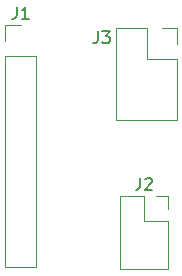
<source format=gbr>
G04 #@! TF.GenerationSoftware,KiCad,Pcbnew,(5.1.5-0-10_14)*
G04 #@! TF.CreationDate,2020-05-14T21:48:16+01:00*
G04 #@! TF.ProjectId,SnapICSP,536e6170-4943-4535-902e-6b696361645f,rev?*
G04 #@! TF.SameCoordinates,Original*
G04 #@! TF.FileFunction,Legend,Top*
G04 #@! TF.FilePolarity,Positive*
%FSLAX46Y46*%
G04 Gerber Fmt 4.6, Leading zero omitted, Abs format (unit mm)*
G04 Created by KiCad (PCBNEW (5.1.5-0-10_14)) date 2020-05-14 21:48:16*
%MOMM*%
%LPD*%
G04 APERTURE LIST*
%ADD10C,0.120000*%
%ADD11C,0.150000*%
G04 APERTURE END LIST*
D10*
X87570000Y53086000D02*
X87570000Y35246000D01*
X87570000Y35246000D02*
X90230000Y35246000D01*
X90230000Y35246000D02*
X90230000Y53086000D01*
X90230000Y53086000D02*
X87570000Y53086000D01*
X87570000Y54356000D02*
X87570000Y55686000D01*
X87570000Y55686000D02*
X88900000Y55686000D01*
X101390000Y39132000D02*
X101390000Y35072000D01*
X101390000Y35072000D02*
X97270000Y35072000D01*
X97270000Y35072000D02*
X97270000Y41192000D01*
X97270000Y41192000D02*
X99330000Y41192000D01*
X99330000Y41192000D02*
X99330000Y39132000D01*
X99330000Y39132000D02*
X101390000Y39132000D01*
X101390000Y40132000D02*
X101390000Y41192000D01*
X101390000Y41192000D02*
X100390000Y41192000D01*
X102168000Y52832000D02*
X102168000Y47692000D01*
X102168000Y47692000D02*
X96968000Y47692000D01*
X96968000Y47692000D02*
X96968000Y55432000D01*
X96968000Y55432000D02*
X99568000Y55432000D01*
X99568000Y55432000D02*
X99568000Y52832000D01*
X99568000Y52832000D02*
X102168000Y52832000D01*
X102168000Y54102000D02*
X102168000Y55432000D01*
X102168000Y55432000D02*
X100898000Y55432000D01*
D11*
X88566666Y57233619D02*
X88566666Y56519333D01*
X88519047Y56376476D01*
X88423809Y56281238D01*
X88280952Y56233619D01*
X88185714Y56233619D01*
X89566666Y56233619D02*
X88995238Y56233619D01*
X89280952Y56233619D02*
X89280952Y57233619D01*
X89185714Y57090761D01*
X89090476Y56995523D01*
X88995238Y56947904D01*
X98996666Y42739619D02*
X98996666Y42025333D01*
X98949047Y41882476D01*
X98853809Y41787238D01*
X98710952Y41739619D01*
X98615714Y41739619D01*
X99425238Y42644380D02*
X99472857Y42692000D01*
X99568095Y42739619D01*
X99806190Y42739619D01*
X99901428Y42692000D01*
X99949047Y42644380D01*
X99996666Y42549142D01*
X99996666Y42453904D01*
X99949047Y42311047D01*
X99377619Y41739619D01*
X99996666Y41739619D01*
X95424666Y55157619D02*
X95424666Y54443333D01*
X95377047Y54300476D01*
X95281809Y54205238D01*
X95138952Y54157619D01*
X95043714Y54157619D01*
X95805619Y55157619D02*
X96424666Y55157619D01*
X96091333Y54776666D01*
X96234190Y54776666D01*
X96329428Y54729047D01*
X96377047Y54681428D01*
X96424666Y54586190D01*
X96424666Y54348095D01*
X96377047Y54252857D01*
X96329428Y54205238D01*
X96234190Y54157619D01*
X95948476Y54157619D01*
X95853238Y54205238D01*
X95805619Y54252857D01*
M02*

</source>
